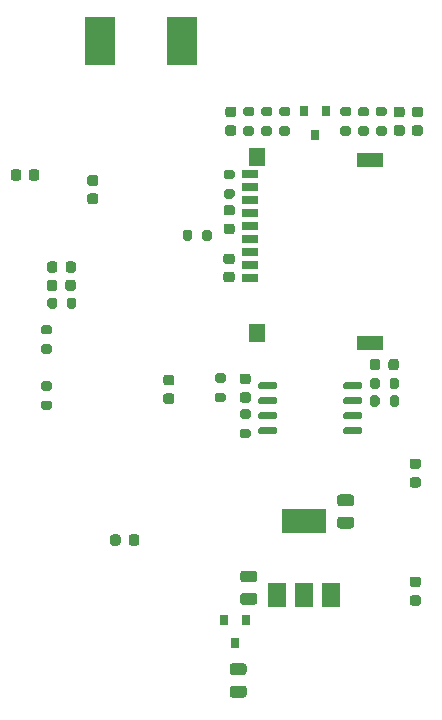
<source format=gbr>
G04 #@! TF.GenerationSoftware,KiCad,Pcbnew,(5.1.7)-1*
G04 #@! TF.CreationDate,2021-03-01T18:39:25+01:00*
G04 #@! TF.ProjectId,Zeggreus,5a656767-7265-4757-932e-6b696361645f,rev?*
G04 #@! TF.SameCoordinates,Original*
G04 #@! TF.FileFunction,Paste,Bot*
G04 #@! TF.FilePolarity,Positive*
%FSLAX46Y46*%
G04 Gerber Fmt 4.6, Leading zero omitted, Abs format (unit mm)*
G04 Created by KiCad (PCBNEW (5.1.7)-1) date 2021-03-01 18:39:25*
%MOMM*%
%LPD*%
G01*
G04 APERTURE LIST*
%ADD10R,2.665000X4.190000*%
%ADD11R,0.800000X0.900000*%
%ADD12R,1.400000X0.700000*%
%ADD13R,1.400000X1.600000*%
%ADD14R,2.200000X1.200000*%
%ADD15R,3.800000X2.000000*%
%ADD16R,1.500000X2.000000*%
G04 APERTURE END LIST*
G36*
G01*
X132425000Y-90950000D02*
X132975000Y-90950000D01*
G75*
G02*
X133175000Y-91150000I0J-200000D01*
G01*
X133175000Y-91550000D01*
G75*
G02*
X132975000Y-91750000I-200000J0D01*
G01*
X132425000Y-91750000D01*
G75*
G02*
X132225000Y-91550000I0J200000D01*
G01*
X132225000Y-91150000D01*
G75*
G02*
X132425000Y-90950000I200000J0D01*
G01*
G37*
G36*
G01*
X132425000Y-89300000D02*
X132975000Y-89300000D01*
G75*
G02*
X133175000Y-89500000I0J-200000D01*
G01*
X133175000Y-89900000D01*
G75*
G02*
X132975000Y-90100000I-200000J0D01*
G01*
X132425000Y-90100000D01*
G75*
G02*
X132225000Y-89900000I0J200000D01*
G01*
X132225000Y-89500000D01*
G75*
G02*
X132425000Y-89300000I200000J0D01*
G01*
G37*
G36*
G01*
X132425000Y-86200000D02*
X132975000Y-86200000D01*
G75*
G02*
X133175000Y-86400000I0J-200000D01*
G01*
X133175000Y-86800000D01*
G75*
G02*
X132975000Y-87000000I-200000J0D01*
G01*
X132425000Y-87000000D01*
G75*
G02*
X132225000Y-86800000I0J200000D01*
G01*
X132225000Y-86400000D01*
G75*
G02*
X132425000Y-86200000I200000J0D01*
G01*
G37*
G36*
G01*
X132425000Y-84550000D02*
X132975000Y-84550000D01*
G75*
G02*
X133175000Y-84750000I0J-200000D01*
G01*
X133175000Y-85150000D01*
G75*
G02*
X132975000Y-85350000I-200000J0D01*
G01*
X132425000Y-85350000D01*
G75*
G02*
X132225000Y-85150000I0J200000D01*
G01*
X132225000Y-84750000D01*
G75*
G02*
X132425000Y-84550000I200000J0D01*
G01*
G37*
G36*
G01*
X152575000Y-67725000D02*
X153125000Y-67725000D01*
G75*
G02*
X153325000Y-67925000I0J-200000D01*
G01*
X153325000Y-68325000D01*
G75*
G02*
X153125000Y-68525000I-200000J0D01*
G01*
X152575000Y-68525000D01*
G75*
G02*
X152375000Y-68325000I0J200000D01*
G01*
X152375000Y-67925000D01*
G75*
G02*
X152575000Y-67725000I200000J0D01*
G01*
G37*
G36*
G01*
X152575000Y-66075000D02*
X153125000Y-66075000D01*
G75*
G02*
X153325000Y-66275000I0J-200000D01*
G01*
X153325000Y-66675000D01*
G75*
G02*
X153125000Y-66875000I-200000J0D01*
G01*
X152575000Y-66875000D01*
G75*
G02*
X152375000Y-66675000I0J200000D01*
G01*
X152375000Y-66275000D01*
G75*
G02*
X152575000Y-66075000I200000J0D01*
G01*
G37*
G36*
G01*
X131200000Y-72100000D02*
X131200000Y-71600000D01*
G75*
G02*
X131425000Y-71375000I225000J0D01*
G01*
X131875000Y-71375000D01*
G75*
G02*
X132100000Y-71600000I0J-225000D01*
G01*
X132100000Y-72100000D01*
G75*
G02*
X131875000Y-72325000I-225000J0D01*
G01*
X131425000Y-72325000D01*
G75*
G02*
X131200000Y-72100000I0J225000D01*
G01*
G37*
G36*
G01*
X129650000Y-72100000D02*
X129650000Y-71600000D01*
G75*
G02*
X129875000Y-71375000I225000J0D01*
G01*
X130325000Y-71375000D01*
G75*
G02*
X130550000Y-71600000I0J-225000D01*
G01*
X130550000Y-72100000D01*
G75*
G02*
X130325000Y-72325000I-225000J0D01*
G01*
X129875000Y-72325000D01*
G75*
G02*
X129650000Y-72100000I0J225000D01*
G01*
G37*
G36*
G01*
X162300000Y-67625000D02*
X162800000Y-67625000D01*
G75*
G02*
X163025000Y-67850000I0J-225000D01*
G01*
X163025000Y-68300000D01*
G75*
G02*
X162800000Y-68525000I-225000J0D01*
G01*
X162300000Y-68525000D01*
G75*
G02*
X162075000Y-68300000I0J225000D01*
G01*
X162075000Y-67850000D01*
G75*
G02*
X162300000Y-67625000I225000J0D01*
G01*
G37*
G36*
G01*
X162300000Y-66075000D02*
X162800000Y-66075000D01*
G75*
G02*
X163025000Y-66300000I0J-225000D01*
G01*
X163025000Y-66750000D01*
G75*
G02*
X162800000Y-66975000I-225000J0D01*
G01*
X162300000Y-66975000D01*
G75*
G02*
X162075000Y-66750000I0J225000D01*
G01*
X162075000Y-66300000D01*
G75*
G02*
X162300000Y-66075000I225000J0D01*
G01*
G37*
D10*
X137195136Y-60542000D03*
X144180136Y-60542000D03*
G36*
G01*
X136866000Y-72767000D02*
X136366000Y-72767000D01*
G75*
G02*
X136141000Y-72542000I0J225000D01*
G01*
X136141000Y-72092000D01*
G75*
G02*
X136366000Y-71867000I225000J0D01*
G01*
X136866000Y-71867000D01*
G75*
G02*
X137091000Y-72092000I0J-225000D01*
G01*
X137091000Y-72542000D01*
G75*
G02*
X136866000Y-72767000I-225000J0D01*
G01*
G37*
G36*
G01*
X136866000Y-74317000D02*
X136366000Y-74317000D01*
G75*
G02*
X136141000Y-74092000I0J225000D01*
G01*
X136141000Y-73642000D01*
G75*
G02*
X136366000Y-73417000I225000J0D01*
G01*
X136866000Y-73417000D01*
G75*
G02*
X137091000Y-73642000I0J-225000D01*
G01*
X137091000Y-74092000D01*
G75*
G02*
X136866000Y-74317000I-225000J0D01*
G01*
G37*
G36*
G01*
X133575000Y-82425000D02*
X133575000Y-82975000D01*
G75*
G02*
X133375000Y-83175000I-200000J0D01*
G01*
X132975000Y-83175000D01*
G75*
G02*
X132775000Y-82975000I0J200000D01*
G01*
X132775000Y-82425000D01*
G75*
G02*
X132975000Y-82225000I200000J0D01*
G01*
X133375000Y-82225000D01*
G75*
G02*
X133575000Y-82425000I0J-200000D01*
G01*
G37*
G36*
G01*
X135225000Y-82425000D02*
X135225000Y-82975000D01*
G75*
G02*
X135025000Y-83175000I-200000J0D01*
G01*
X134625000Y-83175000D01*
G75*
G02*
X134425000Y-82975000I0J200000D01*
G01*
X134425000Y-82425000D01*
G75*
G02*
X134625000Y-82225000I200000J0D01*
G01*
X135025000Y-82225000D01*
G75*
G02*
X135225000Y-82425000I0J-200000D01*
G01*
G37*
G36*
G01*
X151625000Y-66875000D02*
X151075000Y-66875000D01*
G75*
G02*
X150875000Y-66675000I0J200000D01*
G01*
X150875000Y-66275000D01*
G75*
G02*
X151075000Y-66075000I200000J0D01*
G01*
X151625000Y-66075000D01*
G75*
G02*
X151825000Y-66275000I0J-200000D01*
G01*
X151825000Y-66675000D01*
G75*
G02*
X151625000Y-66875000I-200000J0D01*
G01*
G37*
G36*
G01*
X151625000Y-68525000D02*
X151075000Y-68525000D01*
G75*
G02*
X150875000Y-68325000I0J200000D01*
G01*
X150875000Y-67925000D01*
G75*
G02*
X151075000Y-67725000I200000J0D01*
G01*
X151625000Y-67725000D01*
G75*
G02*
X151825000Y-67925000I0J-200000D01*
G01*
X151825000Y-68325000D01*
G75*
G02*
X151625000Y-68525000I-200000J0D01*
G01*
G37*
D11*
X148666000Y-111492000D03*
X149616000Y-109492000D03*
X147716000Y-109492000D03*
G36*
G01*
X150291000Y-106342000D02*
X149341000Y-106342000D01*
G75*
G02*
X149091000Y-106092000I0J250000D01*
G01*
X149091000Y-105592000D01*
G75*
G02*
X149341000Y-105342000I250000J0D01*
G01*
X150291000Y-105342000D01*
G75*
G02*
X150541000Y-105592000I0J-250000D01*
G01*
X150541000Y-106092000D01*
G75*
G02*
X150291000Y-106342000I-250000J0D01*
G01*
G37*
G36*
G01*
X150291000Y-108242000D02*
X149341000Y-108242000D01*
G75*
G02*
X149091000Y-107992000I0J250000D01*
G01*
X149091000Y-107492000D01*
G75*
G02*
X149341000Y-107242000I250000J0D01*
G01*
X150291000Y-107242000D01*
G75*
G02*
X150541000Y-107492000I0J-250000D01*
G01*
X150541000Y-107992000D01*
G75*
G02*
X150291000Y-108242000I-250000J0D01*
G01*
G37*
G36*
G01*
X145900000Y-77225000D02*
X145900000Y-76675000D01*
G75*
G02*
X146100000Y-76475000I200000J0D01*
G01*
X146500000Y-76475000D01*
G75*
G02*
X146700000Y-76675000I0J-200000D01*
G01*
X146700000Y-77225000D01*
G75*
G02*
X146500000Y-77425000I-200000J0D01*
G01*
X146100000Y-77425000D01*
G75*
G02*
X145900000Y-77225000I0J200000D01*
G01*
G37*
G36*
G01*
X144250000Y-77225000D02*
X144250000Y-76675000D01*
G75*
G02*
X144450000Y-76475000I200000J0D01*
G01*
X144850000Y-76475000D01*
G75*
G02*
X145050000Y-76675000I0J-200000D01*
G01*
X145050000Y-77225000D01*
G75*
G02*
X144850000Y-77425000I-200000J0D01*
G01*
X144450000Y-77425000D01*
G75*
G02*
X144250000Y-77225000I0J200000D01*
G01*
G37*
G36*
G01*
X147891000Y-73042000D02*
X148441000Y-73042000D01*
G75*
G02*
X148641000Y-73242000I0J-200000D01*
G01*
X148641000Y-73642000D01*
G75*
G02*
X148441000Y-73842000I-200000J0D01*
G01*
X147891000Y-73842000D01*
G75*
G02*
X147691000Y-73642000I0J200000D01*
G01*
X147691000Y-73242000D01*
G75*
G02*
X147891000Y-73042000I200000J0D01*
G01*
G37*
G36*
G01*
X147891000Y-71392000D02*
X148441000Y-71392000D01*
G75*
G02*
X148641000Y-71592000I0J-200000D01*
G01*
X148641000Y-71992000D01*
G75*
G02*
X148441000Y-72192000I-200000J0D01*
G01*
X147891000Y-72192000D01*
G75*
G02*
X147691000Y-71992000I0J200000D01*
G01*
X147691000Y-71592000D01*
G75*
G02*
X147891000Y-71392000I200000J0D01*
G01*
G37*
G36*
G01*
X147675000Y-89450000D02*
X147125000Y-89450000D01*
G75*
G02*
X146925000Y-89250000I0J200000D01*
G01*
X146925000Y-88850000D01*
G75*
G02*
X147125000Y-88650000I200000J0D01*
G01*
X147675000Y-88650000D01*
G75*
G02*
X147875000Y-88850000I0J-200000D01*
G01*
X147875000Y-89250000D01*
G75*
G02*
X147675000Y-89450000I-200000J0D01*
G01*
G37*
G36*
G01*
X147675000Y-91100000D02*
X147125000Y-91100000D01*
G75*
G02*
X146925000Y-90900000I0J200000D01*
G01*
X146925000Y-90500000D01*
G75*
G02*
X147125000Y-90300000I200000J0D01*
G01*
X147675000Y-90300000D01*
G75*
G02*
X147875000Y-90500000I0J-200000D01*
G01*
X147875000Y-90900000D01*
G75*
G02*
X147675000Y-91100000I-200000J0D01*
G01*
G37*
G36*
G01*
X150100000Y-66875000D02*
X149550000Y-66875000D01*
G75*
G02*
X149350000Y-66675000I0J200000D01*
G01*
X149350000Y-66275000D01*
G75*
G02*
X149550000Y-66075000I200000J0D01*
G01*
X150100000Y-66075000D01*
G75*
G02*
X150300000Y-66275000I0J-200000D01*
G01*
X150300000Y-66675000D01*
G75*
G02*
X150100000Y-66875000I-200000J0D01*
G01*
G37*
G36*
G01*
X150100000Y-68525000D02*
X149550000Y-68525000D01*
G75*
G02*
X149350000Y-68325000I0J200000D01*
G01*
X149350000Y-67925000D01*
G75*
G02*
X149550000Y-67725000I200000J0D01*
G01*
X150100000Y-67725000D01*
G75*
G02*
X150300000Y-67925000I0J-200000D01*
G01*
X150300000Y-68325000D01*
G75*
G02*
X150100000Y-68525000I-200000J0D01*
G01*
G37*
G36*
G01*
X160891000Y-89217000D02*
X160891000Y-89767000D01*
G75*
G02*
X160691000Y-89967000I-200000J0D01*
G01*
X160291000Y-89967000D01*
G75*
G02*
X160091000Y-89767000I0J200000D01*
G01*
X160091000Y-89217000D01*
G75*
G02*
X160291000Y-89017000I200000J0D01*
G01*
X160691000Y-89017000D01*
G75*
G02*
X160891000Y-89217000I0J-200000D01*
G01*
G37*
G36*
G01*
X162541000Y-89217000D02*
X162541000Y-89767000D01*
G75*
G02*
X162341000Y-89967000I-200000J0D01*
G01*
X161941000Y-89967000D01*
G75*
G02*
X161741000Y-89767000I0J200000D01*
G01*
X161741000Y-89217000D01*
G75*
G02*
X161941000Y-89017000I200000J0D01*
G01*
X162341000Y-89017000D01*
G75*
G02*
X162541000Y-89217000I0J-200000D01*
G01*
G37*
G36*
G01*
X160891000Y-90717000D02*
X160891000Y-91267000D01*
G75*
G02*
X160691000Y-91467000I-200000J0D01*
G01*
X160291000Y-91467000D01*
G75*
G02*
X160091000Y-91267000I0J200000D01*
G01*
X160091000Y-90717000D01*
G75*
G02*
X160291000Y-90517000I200000J0D01*
G01*
X160691000Y-90517000D01*
G75*
G02*
X160891000Y-90717000I0J-200000D01*
G01*
G37*
G36*
G01*
X162541000Y-90717000D02*
X162541000Y-91267000D01*
G75*
G02*
X162341000Y-91467000I-200000J0D01*
G01*
X161941000Y-91467000D01*
G75*
G02*
X161741000Y-91267000I0J200000D01*
G01*
X161741000Y-90717000D01*
G75*
G02*
X161941000Y-90517000I200000J0D01*
G01*
X162341000Y-90517000D01*
G75*
G02*
X162541000Y-90717000I0J-200000D01*
G01*
G37*
G36*
G01*
X149791000Y-94142000D02*
X149241000Y-94142000D01*
G75*
G02*
X149041000Y-93942000I0J200000D01*
G01*
X149041000Y-93542000D01*
G75*
G02*
X149241000Y-93342000I200000J0D01*
G01*
X149791000Y-93342000D01*
G75*
G02*
X149991000Y-93542000I0J-200000D01*
G01*
X149991000Y-93942000D01*
G75*
G02*
X149791000Y-94142000I-200000J0D01*
G01*
G37*
G36*
G01*
X149791000Y-92492000D02*
X149241000Y-92492000D01*
G75*
G02*
X149041000Y-92292000I0J200000D01*
G01*
X149041000Y-91892000D01*
G75*
G02*
X149241000Y-91692000I200000J0D01*
G01*
X149791000Y-91692000D01*
G75*
G02*
X149991000Y-91892000I0J-200000D01*
G01*
X149991000Y-92292000D01*
G75*
G02*
X149791000Y-92492000I-200000J0D01*
G01*
G37*
G36*
G01*
X148441000Y-115092000D02*
X149391000Y-115092000D01*
G75*
G02*
X149641000Y-115342000I0J-250000D01*
G01*
X149641000Y-115842000D01*
G75*
G02*
X149391000Y-116092000I-250000J0D01*
G01*
X148441000Y-116092000D01*
G75*
G02*
X148191000Y-115842000I0J250000D01*
G01*
X148191000Y-115342000D01*
G75*
G02*
X148441000Y-115092000I250000J0D01*
G01*
G37*
G36*
G01*
X148441000Y-113192000D02*
X149391000Y-113192000D01*
G75*
G02*
X149641000Y-113442000I0J-250000D01*
G01*
X149641000Y-113942000D01*
G75*
G02*
X149391000Y-114192000I-250000J0D01*
G01*
X148441000Y-114192000D01*
G75*
G02*
X148191000Y-113942000I0J250000D01*
G01*
X148191000Y-113442000D01*
G75*
G02*
X148441000Y-113192000I250000J0D01*
G01*
G37*
G36*
G01*
X158491000Y-99892000D02*
X157541000Y-99892000D01*
G75*
G02*
X157291000Y-99642000I0J250000D01*
G01*
X157291000Y-99142000D01*
G75*
G02*
X157541000Y-98892000I250000J0D01*
G01*
X158491000Y-98892000D01*
G75*
G02*
X158741000Y-99142000I0J-250000D01*
G01*
X158741000Y-99642000D01*
G75*
G02*
X158491000Y-99892000I-250000J0D01*
G01*
G37*
G36*
G01*
X158491000Y-101792000D02*
X157541000Y-101792000D01*
G75*
G02*
X157291000Y-101542000I0J250000D01*
G01*
X157291000Y-101042000D01*
G75*
G02*
X157541000Y-100792000I250000J0D01*
G01*
X158491000Y-100792000D01*
G75*
G02*
X158741000Y-101042000I0J-250000D01*
G01*
X158741000Y-101542000D01*
G75*
G02*
X158491000Y-101792000I-250000J0D01*
G01*
G37*
G36*
G01*
X157759000Y-67733000D02*
X158309000Y-67733000D01*
G75*
G02*
X158509000Y-67933000I0J-200000D01*
G01*
X158509000Y-68333000D01*
G75*
G02*
X158309000Y-68533000I-200000J0D01*
G01*
X157759000Y-68533000D01*
G75*
G02*
X157559000Y-68333000I0J200000D01*
G01*
X157559000Y-67933000D01*
G75*
G02*
X157759000Y-67733000I200000J0D01*
G01*
G37*
G36*
G01*
X157759000Y-66083000D02*
X158309000Y-66083000D01*
G75*
G02*
X158509000Y-66283000I0J-200000D01*
G01*
X158509000Y-66683000D01*
G75*
G02*
X158309000Y-66883000I-200000J0D01*
G01*
X157759000Y-66883000D01*
G75*
G02*
X157559000Y-66683000I0J200000D01*
G01*
X157559000Y-66283000D01*
G75*
G02*
X157759000Y-66083000I200000J0D01*
G01*
G37*
G36*
G01*
X159259000Y-67733000D02*
X159809000Y-67733000D01*
G75*
G02*
X160009000Y-67933000I0J-200000D01*
G01*
X160009000Y-68333000D01*
G75*
G02*
X159809000Y-68533000I-200000J0D01*
G01*
X159259000Y-68533000D01*
G75*
G02*
X159059000Y-68333000I0J200000D01*
G01*
X159059000Y-67933000D01*
G75*
G02*
X159259000Y-67733000I200000J0D01*
G01*
G37*
G36*
G01*
X159259000Y-66083000D02*
X159809000Y-66083000D01*
G75*
G02*
X160009000Y-66283000I0J-200000D01*
G01*
X160009000Y-66683000D01*
G75*
G02*
X159809000Y-66883000I-200000J0D01*
G01*
X159259000Y-66883000D01*
G75*
G02*
X159059000Y-66683000I0J200000D01*
G01*
X159059000Y-66283000D01*
G75*
G02*
X159259000Y-66083000I200000J0D01*
G01*
G37*
G36*
G01*
X160759000Y-67733000D02*
X161309000Y-67733000D01*
G75*
G02*
X161509000Y-67933000I0J-200000D01*
G01*
X161509000Y-68333000D01*
G75*
G02*
X161309000Y-68533000I-200000J0D01*
G01*
X160759000Y-68533000D01*
G75*
G02*
X160559000Y-68333000I0J200000D01*
G01*
X160559000Y-67933000D01*
G75*
G02*
X160759000Y-67733000I200000J0D01*
G01*
G37*
G36*
G01*
X160759000Y-66083000D02*
X161309000Y-66083000D01*
G75*
G02*
X161509000Y-66283000I0J-200000D01*
G01*
X161509000Y-66683000D01*
G75*
G02*
X161309000Y-66883000I-200000J0D01*
G01*
X160759000Y-66883000D01*
G75*
G02*
X160559000Y-66683000I0J200000D01*
G01*
X160559000Y-66283000D01*
G75*
G02*
X160759000Y-66083000I200000J0D01*
G01*
G37*
X155450000Y-68450000D03*
X156400000Y-66450000D03*
X154500000Y-66450000D03*
G36*
G01*
X148400000Y-79400000D02*
X147900000Y-79400000D01*
G75*
G02*
X147675000Y-79175000I0J225000D01*
G01*
X147675000Y-78725000D01*
G75*
G02*
X147900000Y-78500000I225000J0D01*
G01*
X148400000Y-78500000D01*
G75*
G02*
X148625000Y-78725000I0J-225000D01*
G01*
X148625000Y-79175000D01*
G75*
G02*
X148400000Y-79400000I-225000J0D01*
G01*
G37*
G36*
G01*
X148400000Y-80950000D02*
X147900000Y-80950000D01*
G75*
G02*
X147675000Y-80725000I0J225000D01*
G01*
X147675000Y-80275000D01*
G75*
G02*
X147900000Y-80050000I225000J0D01*
G01*
X148400000Y-80050000D01*
G75*
G02*
X148625000Y-80275000I0J-225000D01*
G01*
X148625000Y-80725000D01*
G75*
G02*
X148400000Y-80950000I-225000J0D01*
G01*
G37*
G36*
G01*
X148556250Y-66950000D02*
X148043750Y-66950000D01*
G75*
G02*
X147825000Y-66731250I0J218750D01*
G01*
X147825000Y-66293750D01*
G75*
G02*
X148043750Y-66075000I218750J0D01*
G01*
X148556250Y-66075000D01*
G75*
G02*
X148775000Y-66293750I0J-218750D01*
G01*
X148775000Y-66731250D01*
G75*
G02*
X148556250Y-66950000I-218750J0D01*
G01*
G37*
G36*
G01*
X148556250Y-68525000D02*
X148043750Y-68525000D01*
G75*
G02*
X147825000Y-68306250I0J218750D01*
G01*
X147825000Y-67868750D01*
G75*
G02*
X148043750Y-67650000I218750J0D01*
G01*
X148556250Y-67650000D01*
G75*
G02*
X148775000Y-67868750I0J-218750D01*
G01*
X148775000Y-68306250D01*
G75*
G02*
X148556250Y-68525000I-218750J0D01*
G01*
G37*
D12*
X149916000Y-72892000D03*
X149916000Y-73992000D03*
X149916000Y-75092000D03*
X149916000Y-76192000D03*
X149916000Y-77292000D03*
X149916000Y-78392000D03*
X149916000Y-71792000D03*
X149916000Y-79492000D03*
D13*
X150516000Y-70342000D03*
D14*
X160116000Y-70592000D03*
X160116000Y-86092000D03*
D13*
X150516000Y-85192000D03*
D12*
X149916000Y-80592000D03*
G36*
G01*
X147909750Y-75979500D02*
X148422250Y-75979500D01*
G75*
G02*
X148641000Y-76198250I0J-218750D01*
G01*
X148641000Y-76635750D01*
G75*
G02*
X148422250Y-76854500I-218750J0D01*
G01*
X147909750Y-76854500D01*
G75*
G02*
X147691000Y-76635750I0J218750D01*
G01*
X147691000Y-76198250D01*
G75*
G02*
X147909750Y-75979500I218750J0D01*
G01*
G37*
G36*
G01*
X147909750Y-74404500D02*
X148422250Y-74404500D01*
G75*
G02*
X148641000Y-74623250I0J-218750D01*
G01*
X148641000Y-75060750D01*
G75*
G02*
X148422250Y-75279500I-218750J0D01*
G01*
X147909750Y-75279500D01*
G75*
G02*
X147691000Y-75060750I0J218750D01*
G01*
X147691000Y-74623250D01*
G75*
G02*
X147909750Y-74404500I218750J0D01*
G01*
G37*
G36*
G01*
X157816000Y-93647000D02*
X157816000Y-93347000D01*
G75*
G02*
X157966000Y-93197000I150000J0D01*
G01*
X159266000Y-93197000D01*
G75*
G02*
X159416000Y-93347000I0J-150000D01*
G01*
X159416000Y-93647000D01*
G75*
G02*
X159266000Y-93797000I-150000J0D01*
G01*
X157966000Y-93797000D01*
G75*
G02*
X157816000Y-93647000I0J150000D01*
G01*
G37*
G36*
G01*
X157816000Y-92377000D02*
X157816000Y-92077000D01*
G75*
G02*
X157966000Y-91927000I150000J0D01*
G01*
X159266000Y-91927000D01*
G75*
G02*
X159416000Y-92077000I0J-150000D01*
G01*
X159416000Y-92377000D01*
G75*
G02*
X159266000Y-92527000I-150000J0D01*
G01*
X157966000Y-92527000D01*
G75*
G02*
X157816000Y-92377000I0J150000D01*
G01*
G37*
G36*
G01*
X157816000Y-91107000D02*
X157816000Y-90807000D01*
G75*
G02*
X157966000Y-90657000I150000J0D01*
G01*
X159266000Y-90657000D01*
G75*
G02*
X159416000Y-90807000I0J-150000D01*
G01*
X159416000Y-91107000D01*
G75*
G02*
X159266000Y-91257000I-150000J0D01*
G01*
X157966000Y-91257000D01*
G75*
G02*
X157816000Y-91107000I0J150000D01*
G01*
G37*
G36*
G01*
X157816000Y-89837000D02*
X157816000Y-89537000D01*
G75*
G02*
X157966000Y-89387000I150000J0D01*
G01*
X159266000Y-89387000D01*
G75*
G02*
X159416000Y-89537000I0J-150000D01*
G01*
X159416000Y-89837000D01*
G75*
G02*
X159266000Y-89987000I-150000J0D01*
G01*
X157966000Y-89987000D01*
G75*
G02*
X157816000Y-89837000I0J150000D01*
G01*
G37*
G36*
G01*
X150616000Y-89837000D02*
X150616000Y-89537000D01*
G75*
G02*
X150766000Y-89387000I150000J0D01*
G01*
X152066000Y-89387000D01*
G75*
G02*
X152216000Y-89537000I0J-150000D01*
G01*
X152216000Y-89837000D01*
G75*
G02*
X152066000Y-89987000I-150000J0D01*
G01*
X150766000Y-89987000D01*
G75*
G02*
X150616000Y-89837000I0J150000D01*
G01*
G37*
G36*
G01*
X150616000Y-91107000D02*
X150616000Y-90807000D01*
G75*
G02*
X150766000Y-90657000I150000J0D01*
G01*
X152066000Y-90657000D01*
G75*
G02*
X152216000Y-90807000I0J-150000D01*
G01*
X152216000Y-91107000D01*
G75*
G02*
X152066000Y-91257000I-150000J0D01*
G01*
X150766000Y-91257000D01*
G75*
G02*
X150616000Y-91107000I0J150000D01*
G01*
G37*
G36*
G01*
X150616000Y-92377000D02*
X150616000Y-92077000D01*
G75*
G02*
X150766000Y-91927000I150000J0D01*
G01*
X152066000Y-91927000D01*
G75*
G02*
X152216000Y-92077000I0J-150000D01*
G01*
X152216000Y-92377000D01*
G75*
G02*
X152066000Y-92527000I-150000J0D01*
G01*
X150766000Y-92527000D01*
G75*
G02*
X150616000Y-92377000I0J150000D01*
G01*
G37*
G36*
G01*
X150616000Y-93647000D02*
X150616000Y-93347000D01*
G75*
G02*
X150766000Y-93197000I150000J0D01*
G01*
X152066000Y-93197000D01*
G75*
G02*
X152216000Y-93347000I0J-150000D01*
G01*
X152216000Y-93647000D01*
G75*
G02*
X152066000Y-93797000I-150000J0D01*
G01*
X150766000Y-93797000D01*
G75*
G02*
X150616000Y-93647000I0J150000D01*
G01*
G37*
G36*
G01*
X161650000Y-88156250D02*
X161650000Y-87643750D01*
G75*
G02*
X161868750Y-87425000I218750J0D01*
G01*
X162306250Y-87425000D01*
G75*
G02*
X162525000Y-87643750I0J-218750D01*
G01*
X162525000Y-88156250D01*
G75*
G02*
X162306250Y-88375000I-218750J0D01*
G01*
X161868750Y-88375000D01*
G75*
G02*
X161650000Y-88156250I0J218750D01*
G01*
G37*
G36*
G01*
X160075000Y-88156250D02*
X160075000Y-87643750D01*
G75*
G02*
X160293750Y-87425000I218750J0D01*
G01*
X160731250Y-87425000D01*
G75*
G02*
X160950000Y-87643750I0J-218750D01*
G01*
X160950000Y-88156250D01*
G75*
G02*
X160731250Y-88375000I-218750J0D01*
G01*
X160293750Y-88375000D01*
G75*
G02*
X160075000Y-88156250I0J218750D01*
G01*
G37*
D15*
X154516000Y-101142000D03*
D16*
X154516000Y-107442000D03*
X152216000Y-107442000D03*
X156816000Y-107442000D03*
G36*
G01*
X149259750Y-88679500D02*
X149772250Y-88679500D01*
G75*
G02*
X149991000Y-88898250I0J-218750D01*
G01*
X149991000Y-89335750D01*
G75*
G02*
X149772250Y-89554500I-218750J0D01*
G01*
X149259750Y-89554500D01*
G75*
G02*
X149041000Y-89335750I0J218750D01*
G01*
X149041000Y-88898250D01*
G75*
G02*
X149259750Y-88679500I218750J0D01*
G01*
G37*
G36*
G01*
X149259750Y-90254500D02*
X149772250Y-90254500D01*
G75*
G02*
X149991000Y-90473250I0J-218750D01*
G01*
X149991000Y-90910750D01*
G75*
G02*
X149772250Y-91129500I-218750J0D01*
G01*
X149259750Y-91129500D01*
G75*
G02*
X149041000Y-90910750I0J218750D01*
G01*
X149041000Y-90473250D01*
G75*
G02*
X149259750Y-90254500I218750J0D01*
G01*
G37*
G36*
G01*
X164172250Y-108317000D02*
X163659750Y-108317000D01*
G75*
G02*
X163441000Y-108098250I0J218750D01*
G01*
X163441000Y-107660750D01*
G75*
G02*
X163659750Y-107442000I218750J0D01*
G01*
X164172250Y-107442000D01*
G75*
G02*
X164391000Y-107660750I0J-218750D01*
G01*
X164391000Y-108098250D01*
G75*
G02*
X164172250Y-108317000I-218750J0D01*
G01*
G37*
G36*
G01*
X164172250Y-106742000D02*
X163659750Y-106742000D01*
G75*
G02*
X163441000Y-106523250I0J218750D01*
G01*
X163441000Y-106085750D01*
G75*
G02*
X163659750Y-105867000I218750J0D01*
G01*
X164172250Y-105867000D01*
G75*
G02*
X164391000Y-106085750I0J-218750D01*
G01*
X164391000Y-106523250D01*
G75*
G02*
X164172250Y-106742000I-218750J0D01*
G01*
G37*
G36*
G01*
X134316000Y-79906250D02*
X134316000Y-79393750D01*
G75*
G02*
X134534750Y-79175000I218750J0D01*
G01*
X134972250Y-79175000D01*
G75*
G02*
X135191000Y-79393750I0J-218750D01*
G01*
X135191000Y-79906250D01*
G75*
G02*
X134972250Y-80125000I-218750J0D01*
G01*
X134534750Y-80125000D01*
G75*
G02*
X134316000Y-79906250I0J218750D01*
G01*
G37*
G36*
G01*
X132741000Y-79906250D02*
X132741000Y-79393750D01*
G75*
G02*
X132959750Y-79175000I218750J0D01*
G01*
X133397250Y-79175000D01*
G75*
G02*
X133616000Y-79393750I0J-218750D01*
G01*
X133616000Y-79906250D01*
G75*
G02*
X133397250Y-80125000I-218750J0D01*
G01*
X132959750Y-80125000D01*
G75*
G02*
X132741000Y-79906250I0J218750D01*
G01*
G37*
G36*
G01*
X164356250Y-68525000D02*
X163843750Y-68525000D01*
G75*
G02*
X163625000Y-68306250I0J218750D01*
G01*
X163625000Y-67868750D01*
G75*
G02*
X163843750Y-67650000I218750J0D01*
G01*
X164356250Y-67650000D01*
G75*
G02*
X164575000Y-67868750I0J-218750D01*
G01*
X164575000Y-68306250D01*
G75*
G02*
X164356250Y-68525000I-218750J0D01*
G01*
G37*
G36*
G01*
X164356250Y-66950000D02*
X163843750Y-66950000D01*
G75*
G02*
X163625000Y-66731250I0J218750D01*
G01*
X163625000Y-66293750D01*
G75*
G02*
X163843750Y-66075000I218750J0D01*
G01*
X164356250Y-66075000D01*
G75*
G02*
X164575000Y-66293750I0J-218750D01*
G01*
X164575000Y-66731250D01*
G75*
G02*
X164356250Y-66950000I-218750J0D01*
G01*
G37*
G36*
G01*
X142793750Y-90350000D02*
X143306250Y-90350000D01*
G75*
G02*
X143525000Y-90568750I0J-218750D01*
G01*
X143525000Y-91006250D01*
G75*
G02*
X143306250Y-91225000I-218750J0D01*
G01*
X142793750Y-91225000D01*
G75*
G02*
X142575000Y-91006250I0J218750D01*
G01*
X142575000Y-90568750D01*
G75*
G02*
X142793750Y-90350000I218750J0D01*
G01*
G37*
G36*
G01*
X142793750Y-88775000D02*
X143306250Y-88775000D01*
G75*
G02*
X143525000Y-88993750I0J-218750D01*
G01*
X143525000Y-89431250D01*
G75*
G02*
X143306250Y-89650000I-218750J0D01*
G01*
X142793750Y-89650000D01*
G75*
G02*
X142575000Y-89431250I0J218750D01*
G01*
X142575000Y-88993750D01*
G75*
G02*
X142793750Y-88775000I218750J0D01*
G01*
G37*
G36*
G01*
X138966000Y-102501750D02*
X138966000Y-103014250D01*
G75*
G02*
X138747250Y-103233000I-218750J0D01*
G01*
X138309750Y-103233000D01*
G75*
G02*
X138091000Y-103014250I0J218750D01*
G01*
X138091000Y-102501750D01*
G75*
G02*
X138309750Y-102283000I218750J0D01*
G01*
X138747250Y-102283000D01*
G75*
G02*
X138966000Y-102501750I0J-218750D01*
G01*
G37*
G36*
G01*
X140541000Y-102501750D02*
X140541000Y-103014250D01*
G75*
G02*
X140322250Y-103233000I-218750J0D01*
G01*
X139884750Y-103233000D01*
G75*
G02*
X139666000Y-103014250I0J218750D01*
G01*
X139666000Y-102501750D01*
G75*
G02*
X139884750Y-102283000I218750J0D01*
G01*
X140322250Y-102283000D01*
G75*
G02*
X140541000Y-102501750I0J-218750D01*
G01*
G37*
G36*
G01*
X133600000Y-80943750D02*
X133600000Y-81456250D01*
G75*
G02*
X133381250Y-81675000I-218750J0D01*
G01*
X132943750Y-81675000D01*
G75*
G02*
X132725000Y-81456250I0J218750D01*
G01*
X132725000Y-80943750D01*
G75*
G02*
X132943750Y-80725000I218750J0D01*
G01*
X133381250Y-80725000D01*
G75*
G02*
X133600000Y-80943750I0J-218750D01*
G01*
G37*
G36*
G01*
X135175000Y-80943750D02*
X135175000Y-81456250D01*
G75*
G02*
X134956250Y-81675000I-218750J0D01*
G01*
X134518750Y-81675000D01*
G75*
G02*
X134300000Y-81456250I0J218750D01*
G01*
X134300000Y-80943750D01*
G75*
G02*
X134518750Y-80725000I218750J0D01*
G01*
X134956250Y-80725000D01*
G75*
G02*
X135175000Y-80943750I0J-218750D01*
G01*
G37*
G36*
G01*
X164172250Y-98317000D02*
X163659750Y-98317000D01*
G75*
G02*
X163441000Y-98098250I0J218750D01*
G01*
X163441000Y-97660750D01*
G75*
G02*
X163659750Y-97442000I218750J0D01*
G01*
X164172250Y-97442000D01*
G75*
G02*
X164391000Y-97660750I0J-218750D01*
G01*
X164391000Y-98098250D01*
G75*
G02*
X164172250Y-98317000I-218750J0D01*
G01*
G37*
G36*
G01*
X164172250Y-96742000D02*
X163659750Y-96742000D01*
G75*
G02*
X163441000Y-96523250I0J218750D01*
G01*
X163441000Y-96085750D01*
G75*
G02*
X163659750Y-95867000I218750J0D01*
G01*
X164172250Y-95867000D01*
G75*
G02*
X164391000Y-96085750I0J-218750D01*
G01*
X164391000Y-96523250D01*
G75*
G02*
X164172250Y-96742000I-218750J0D01*
G01*
G37*
M02*

</source>
